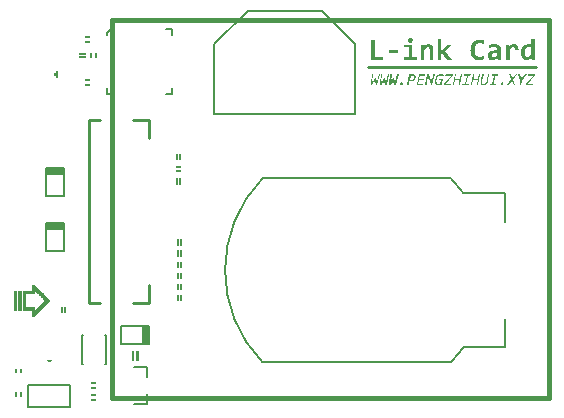
<source format=gto>
G04*
G04 #@! TF.GenerationSoftware,Altium Limited,Altium Designer,18.1.7 (191)*
G04*
G04 Layer_Color=65535*
%FSLAX25Y25*%
%MOIN*%
G70*
G01*
G75*
%ADD10C,0.00800*%
%ADD11C,0.00600*%
%ADD12C,0.00700*%
%ADD13C,0.00060*%
%ADD14C,0.00100*%
%ADD15C,0.01000*%
%ADD16C,0.01500*%
%ADD17C,0.00787*%
%ADD18C,0.00500*%
G36*
X-9350Y26650D02*
Y27950D01*
X-9000D01*
Y26650D01*
X-9350D01*
D02*
G37*
G36*
X-7450Y27950D02*
Y26650D01*
X-7800Y26650D01*
Y27950D01*
X-7450Y27950D01*
D02*
G37*
G36*
X17450Y25250D02*
X16150D01*
X16150Y25600D01*
X17450D01*
X17450Y25250D01*
D02*
G37*
G36*
X16150Y27150D02*
X17450D01*
Y26800D01*
X16150D01*
Y27150D01*
D02*
G37*
G36*
X17450Y29250D02*
X16150D01*
X16150Y29600D01*
X17450D01*
X17450Y29250D01*
D02*
G37*
G36*
X-9250Y34450D02*
Y35750D01*
X-8900D01*
Y34450D01*
X-9250D01*
D02*
G37*
G36*
X-7350Y35750D02*
Y34450D01*
X-7700Y34450D01*
Y35750D01*
X-7350Y35750D01*
D02*
G37*
G36*
X6050Y56300D02*
X6400D01*
Y54500D01*
X6050D01*
Y56300D01*
D02*
G37*
G36*
X16150Y31150D02*
X17450D01*
Y30800D01*
X16150D01*
Y31150D01*
D02*
G37*
G36*
X7350Y54500D02*
X7000D01*
Y56300D01*
X7350D01*
Y54500D01*
D02*
G37*
G36*
X45900Y69640D02*
X45550D01*
Y71440D01*
X45900D01*
Y69640D01*
D02*
G37*
G36*
X44950D02*
X44600D01*
Y71440D01*
X44950D01*
Y69640D01*
D02*
G37*
G36*
X45900Y65960D02*
X45550D01*
Y67760D01*
X45900D01*
Y65960D01*
D02*
G37*
G36*
X44950D02*
X44600D01*
Y67760D01*
X44950D01*
Y65960D01*
D02*
G37*
G36*
X45900Y62280D02*
X45550D01*
Y64080D01*
X45900D01*
Y62280D01*
D02*
G37*
G36*
X44950D02*
X44600D01*
Y64080D01*
X44950D01*
Y62280D01*
D02*
G37*
G36*
X45900Y58600D02*
X45550D01*
Y60400D01*
X45900D01*
Y58600D01*
D02*
G37*
G36*
X44950D02*
X44600D01*
Y60400D01*
X44950D01*
Y58600D01*
D02*
G37*
G36*
X35500Y43800D02*
X33500D01*
Y50000D01*
X35500D01*
Y43800D01*
D02*
G37*
G36*
X31550Y38600D02*
X31050D01*
Y41600D01*
X31550D01*
Y38600D01*
D02*
G37*
G36*
X30150D02*
X29650D01*
X29650Y41600D01*
X30150D01*
Y38600D01*
D02*
G37*
G36*
X15450Y146300D02*
X14150D01*
X14150Y146650D01*
X15450D01*
X15450Y146300D01*
D02*
G37*
G36*
X15450Y144750D02*
X14150D01*
Y145100D01*
X15450D01*
Y144750D01*
D02*
G37*
G36*
X13900Y140600D02*
X12100D01*
Y140950D01*
X13900D01*
Y140600D01*
D02*
G37*
G36*
X17550Y139650D02*
X17200Y139650D01*
Y140950D01*
X17550Y140950D01*
Y139650D01*
D02*
G37*
G36*
X16000D02*
X15650D01*
Y140950D01*
X16000D01*
Y139650D01*
D02*
G37*
G36*
X13900D02*
X12100D01*
Y140000D01*
X13900D01*
Y139650D01*
D02*
G37*
G36*
X4750Y132850D02*
X4350D01*
Y133650D01*
X3650D01*
Y134150D01*
X4350D01*
Y134950D01*
X4750D01*
Y132850D01*
D02*
G37*
G36*
X15450Y131900D02*
X14150D01*
X14150Y132250D01*
X15450D01*
X15450Y131900D01*
D02*
G37*
G36*
X15450Y130350D02*
X14150D01*
Y130700D01*
X15450D01*
Y130350D01*
D02*
G37*
G36*
X45650Y105600D02*
X45300D01*
Y107400D01*
X45650D01*
Y105600D01*
D02*
G37*
G36*
X44700D02*
X44350D01*
Y107400D01*
X44700D01*
Y105600D01*
D02*
G37*
G36*
X45650Y103000D02*
X44350D01*
Y103350D01*
X45650D01*
Y103000D01*
D02*
G37*
G36*
Y101450D02*
X44350D01*
X44350Y101800D01*
X45650D01*
X45650Y101450D01*
D02*
G37*
G36*
X7100Y100700D02*
X900D01*
Y102700D01*
X7100D01*
Y100700D01*
D02*
G37*
G36*
X45650Y97400D02*
X45300D01*
Y99200D01*
X45650D01*
Y97400D01*
D02*
G37*
G36*
X44700D02*
X44350D01*
Y99200D01*
X44700D01*
Y97400D01*
D02*
G37*
G36*
X7100Y82200D02*
X900D01*
Y84200D01*
X7100D01*
Y82200D01*
D02*
G37*
G36*
X45900Y77000D02*
X45550D01*
Y78800D01*
X45900D01*
Y77000D01*
D02*
G37*
G36*
X44950D02*
X44600D01*
Y78800D01*
X44950D01*
Y77000D01*
D02*
G37*
G36*
X45900Y73320D02*
X45550D01*
Y75120D01*
X45900D01*
Y73320D01*
D02*
G37*
G36*
X44950D02*
X44600D01*
Y75120D01*
X44950D01*
Y73320D01*
D02*
G37*
G36*
X132849Y133882D02*
X132922Y133876D01*
X133000Y133870D01*
X133162Y133846D01*
X133174D01*
X133198Y133840D01*
X133240Y133828D01*
X133294Y133816D01*
X133360Y133798D01*
X133426Y133774D01*
X133564Y133714D01*
X133468Y133233D01*
X133462D01*
X133450Y133239D01*
X133432Y133251D01*
X133414Y133263D01*
X133354Y133293D01*
X133288Y133323D01*
X133282D01*
X133276Y133329D01*
X133258Y133341D01*
X133234Y133347D01*
X133174Y133371D01*
X133108Y133395D01*
X133102D01*
X133090Y133401D01*
X133072Y133407D01*
X133048Y133413D01*
X132982Y133425D01*
X132903Y133437D01*
X132897D01*
X132885Y133443D01*
X132867D01*
X132837Y133449D01*
X132765Y133455D01*
X132633D01*
X132585Y133449D01*
X132513Y133443D01*
X132441Y133431D01*
X132357Y133419D01*
X132266Y133395D01*
X132182Y133365D01*
X132170Y133359D01*
X132146Y133347D01*
X132104Y133329D01*
X132050Y133305D01*
X131990Y133275D01*
X131924Y133233D01*
X131858Y133191D01*
X131792Y133137D01*
X131786Y133131D01*
X131762Y133113D01*
X131731Y133083D01*
X131689Y133041D01*
X131647Y132992D01*
X131599Y132932D01*
X131545Y132872D01*
X131497Y132800D01*
X131491Y132794D01*
X131479Y132764D01*
X131455Y132728D01*
X131425Y132680D01*
X131389Y132620D01*
X131353Y132548D01*
X131287Y132397D01*
X131281Y132386D01*
X131275Y132361D01*
X131263Y132319D01*
X131245Y132265D01*
X131227Y132199D01*
X131209Y132127D01*
X131173Y131965D01*
Y131953D01*
X131167Y131929D01*
X131160Y131887D01*
X131155Y131833D01*
X131149Y131766D01*
X131142Y131700D01*
X131137Y131550D01*
Y131538D01*
Y131514D01*
Y131478D01*
X131142Y131424D01*
X131149Y131370D01*
X131155Y131304D01*
X131185Y131177D01*
Y131172D01*
X131197Y131153D01*
X131209Y131117D01*
X131227Y131081D01*
X131275Y130991D01*
X131347Y130901D01*
X131353Y130895D01*
X131365Y130883D01*
X131389Y130865D01*
X131425Y130841D01*
X131461Y130811D01*
X131509Y130787D01*
X131563Y130757D01*
X131623Y130733D01*
X131629D01*
X131653Y130727D01*
X131689Y130715D01*
X131737Y130709D01*
X131798Y130697D01*
X131864Y130685D01*
X131942Y130679D01*
X132152D01*
X132182Y130685D01*
X132224D01*
X132272Y130691D01*
X132284D01*
X132315Y130697D01*
X132357Y130709D01*
X132399Y130715D01*
X132405D01*
X132411Y130721D01*
X132435Y130727D01*
X132471Y130739D01*
X132507Y130751D01*
X132735Y131881D01*
X132020D01*
X132092Y132277D01*
X133294D01*
X132933Y130462D01*
X132922Y130456D01*
X132891Y130444D01*
X132843Y130426D01*
X132777Y130402D01*
X132699Y130378D01*
X132615Y130354D01*
X132519Y130330D01*
X132423Y130306D01*
X132411D01*
X132381Y130300D01*
X132326Y130288D01*
X132266Y130282D01*
X132188Y130270D01*
X132104Y130258D01*
X131924Y130252D01*
X131876D01*
X131816Y130258D01*
X131744Y130264D01*
X131659Y130270D01*
X131569Y130288D01*
X131473Y130306D01*
X131383Y130330D01*
X131371Y130336D01*
X131341Y130342D01*
X131299Y130366D01*
X131245Y130390D01*
X131179Y130420D01*
X131106Y130462D01*
X131040Y130510D01*
X130974Y130564D01*
X130968Y130570D01*
X130944Y130595D01*
X130914Y130624D01*
X130878Y130673D01*
X130836Y130733D01*
X130794Y130799D01*
X130752Y130877D01*
X130716Y130961D01*
X130710Y130973D01*
X130704Y131003D01*
X130692Y131051D01*
X130674Y131123D01*
X130656Y131202D01*
X130644Y131298D01*
X130638Y131406D01*
X130632Y131520D01*
Y131526D01*
Y131532D01*
Y131568D01*
X130638Y131622D01*
Y131700D01*
X130644Y131784D01*
X130656Y131881D01*
X130668Y131983D01*
X130686Y132091D01*
Y132097D01*
Y132103D01*
X130698Y132139D01*
X130710Y132193D01*
X130728Y132265D01*
X130758Y132349D01*
X130782Y132446D01*
X130860Y132638D01*
Y132644D01*
X130866Y132650D01*
X130884Y132686D01*
X130908Y132734D01*
X130944Y132800D01*
X130986Y132872D01*
X131034Y132956D01*
X131094Y133047D01*
X131155Y133131D01*
X131160Y133143D01*
X131185Y133167D01*
X131221Y133215D01*
X131269Y133269D01*
X131329Y133329D01*
X131401Y133395D01*
X131473Y133461D01*
X131557Y133527D01*
X131569Y133533D01*
X131599Y133557D01*
X131647Y133588D01*
X131707Y133624D01*
X131786Y133666D01*
X131876Y133708D01*
X131972Y133756D01*
X132074Y133792D01*
X132080D01*
X132086Y133798D01*
X132104Y133804D01*
X132122Y133810D01*
X132182Y133822D01*
X132260Y133840D01*
X132357Y133858D01*
X132465Y133876D01*
X132579Y133882D01*
X132705Y133888D01*
X132789D01*
X132849Y133882D01*
D02*
G37*
G36*
X156709Y132109D02*
X157514Y130300D01*
X156925D01*
X156330Y131658D01*
X155207Y130300D01*
X154587D01*
X156126Y132133D01*
X155393Y133834D01*
X155940D01*
X156499Y132572D01*
X157562Y133834D01*
X158139D01*
X156709Y132109D01*
D02*
G37*
G36*
X145098Y130300D02*
X144617D01*
X144941Y131923D01*
X143457D01*
X143132Y130300D01*
X142652D01*
X143361Y133834D01*
X143842D01*
X143541Y132337D01*
X145026D01*
X145326Y133834D01*
X145807D01*
X145098Y130300D01*
D02*
G37*
G36*
X139004D02*
X138523D01*
X138847Y131923D01*
X137363Y131923D01*
X137038Y130300D01*
X136557D01*
X137267Y133834D01*
X137748D01*
X137447Y132337D01*
X138932Y132337D01*
X139232Y133834D01*
X139713D01*
X139004Y130300D01*
D02*
G37*
G36*
X159606Y131562D02*
X159353Y130300D01*
X158867D01*
X159119Y131568D01*
X158296Y133834D01*
X158855D01*
X159293Y132536D01*
X159450Y132019D01*
X159780Y132488D01*
X160766Y133834D01*
X161343D01*
X159606Y131562D01*
D02*
G37*
G36*
X129826Y130300D02*
X129225D01*
X128636Y132500D01*
X128474Y133209D01*
X128120Y131430D01*
X127891Y130300D01*
X127446D01*
X128156Y133834D01*
X128751D01*
X129309Y131742D01*
X129508Y130937D01*
X129886Y132830D01*
X130091Y133834D01*
X130535D01*
X129826Y130300D01*
D02*
G37*
G36*
X117614D02*
X116995D01*
X116809Y131556D01*
X116773Y131965D01*
X116556Y131526D01*
X115907Y130300D01*
X115294D01*
X115757Y133834D01*
X116202D01*
X115859Y131436D01*
X115769Y130769D01*
X116051Y131328D01*
X116743Y132644D01*
X117073D01*
X117283Y131231D01*
X117356Y130769D01*
X117470Y131256D01*
X118125Y133834D01*
X118564D01*
X117614Y130300D01*
D02*
G37*
G36*
X114567D02*
X113948D01*
X113762Y131556D01*
X113725Y131965D01*
X113509Y131526D01*
X112860Y130300D01*
X112247D01*
X112710Y133834D01*
X113155D01*
X112812Y131436D01*
X112722Y130769D01*
X113004Y131328D01*
X113696Y132644D01*
X114026D01*
X114236Y131231D01*
X114309Y130769D01*
X114423Y131256D01*
X115078Y133834D01*
X115516D01*
X114567Y130300D01*
D02*
G37*
G36*
X111520D02*
X110901D01*
X110714Y131556D01*
X110679Y131965D01*
X110462Y131526D01*
X109813Y130300D01*
X109200D01*
X109663Y133834D01*
X110108D01*
X109765Y131436D01*
X109675Y130769D01*
X109957Y131328D01*
X110648Y132644D01*
X110979D01*
X111189Y131231D01*
X111261Y130769D01*
X111376Y131256D01*
X112031Y133834D01*
X112469D01*
X111520Y130300D01*
D02*
G37*
G36*
X148391Y131526D02*
Y131520D01*
Y131514D01*
X148379Y131478D01*
X148367Y131424D01*
X148343Y131352D01*
X148319Y131268D01*
X148289Y131184D01*
X148247Y131087D01*
X148205Y130997D01*
X148199Y130985D01*
X148181Y130961D01*
X148157Y130913D01*
X148121Y130859D01*
X148079Y130799D01*
X148025Y130727D01*
X147965Y130661D01*
X147898Y130595D01*
X147892Y130588D01*
X147868Y130570D01*
X147826Y130540D01*
X147772Y130504D01*
X147712Y130462D01*
X147640Y130420D01*
X147556Y130378D01*
X147466Y130342D01*
X147454Y130336D01*
X147424Y130330D01*
X147376Y130312D01*
X147309Y130300D01*
X147225Y130282D01*
X147135Y130264D01*
X147033Y130258D01*
X146925Y130252D01*
X146871D01*
X146811Y130258D01*
X146732Y130264D01*
X146648Y130270D01*
X146558Y130288D01*
X146468Y130306D01*
X146378Y130336D01*
X146366Y130342D01*
X146342Y130354D01*
X146306Y130372D01*
X146258Y130396D01*
X146204Y130432D01*
X146143Y130474D01*
X146089Y130522D01*
X146041Y130577D01*
X146035Y130582D01*
X146023Y130606D01*
X145999Y130643D01*
X145975Y130685D01*
X145951Y130745D01*
X145927Y130805D01*
X145909Y130883D01*
X145891Y130961D01*
Y130973D01*
Y131003D01*
X145885Y131045D01*
Y131105D01*
Y131177D01*
X145891Y131262D01*
X145903Y131358D01*
X145915Y131454D01*
X146396Y133834D01*
X146877D01*
X146408Y131490D01*
Y131484D01*
X146402Y131454D01*
X146396Y131418D01*
X146390Y131370D01*
X146378Y131310D01*
Y131250D01*
X146372Y131129D01*
Y131123D01*
Y131105D01*
X146378Y131075D01*
X146384Y131039D01*
X146402Y130955D01*
X146438Y130865D01*
X146444Y130859D01*
X146450Y130847D01*
X146468Y130829D01*
X146486Y130805D01*
X146546Y130757D01*
X146630Y130709D01*
X146636D01*
X146654Y130703D01*
X146684Y130691D01*
X146720Y130685D01*
X146774Y130673D01*
X146829Y130661D01*
X146901Y130655D01*
X147009D01*
X147039Y130661D01*
X147105Y130667D01*
X147195Y130685D01*
X147291Y130709D01*
X147394Y130745D01*
X147496Y130799D01*
X147592Y130871D01*
X147604Y130883D01*
X147628Y130913D01*
X147670Y130961D01*
X147718Y131033D01*
X147772Y131123D01*
X147820Y131232D01*
X147868Y131352D01*
X147904Y131496D01*
X148373Y133834D01*
X148854D01*
X148391Y131526D01*
D02*
G37*
G36*
X163975Y133455D02*
X161637Y130751D01*
X163464D01*
X163374Y130300D01*
X160934D01*
X161006Y130655D01*
X163350Y133395D01*
X161607D01*
X161691Y133834D01*
X164053D01*
X163975Y133455D01*
D02*
G37*
G36*
X151649Y133425D02*
X150837D01*
X150296Y130709D01*
X151108D01*
X151024Y130300D01*
X148914D01*
X148992Y130709D01*
X149810D01*
X150350Y133425D01*
X149539D01*
X149617Y133834D01*
X151733D01*
X151649Y133425D01*
D02*
G37*
G36*
X142507D02*
X141696D01*
X141155Y130709D01*
X141966D01*
X141882Y130300D01*
X139773D01*
X139851Y130709D01*
X140668D01*
X141209Y133425D01*
X140398D01*
X140476Y133834D01*
X142592D01*
X142507Y133425D01*
D02*
G37*
G36*
X136551Y133455D02*
X134214Y130751D01*
X136041D01*
X135951Y130300D01*
X133510D01*
X133583Y130655D01*
X135926Y133395D01*
X134184D01*
X134268Y133834D01*
X136630D01*
X136551Y133455D01*
D02*
G37*
G36*
X127248Y133425D02*
X125715D01*
X125499Y132337D01*
X126966D01*
X126881Y131929D01*
X125415D01*
X125175Y130709D01*
X126707D01*
X126623Y130300D01*
X124610D01*
X125319Y133834D01*
X127332D01*
X127248Y133425D01*
D02*
G37*
G36*
X123269Y133828D02*
X123342Y133822D01*
X123420Y133810D01*
X123576Y133780D01*
X123588D01*
X123612Y133774D01*
X123648Y133762D01*
X123702Y133744D01*
X123756Y133720D01*
X123822Y133696D01*
X123942Y133624D01*
X123949Y133617D01*
X123967Y133606D01*
X123997Y133581D01*
X124033Y133551D01*
X124069Y133515D01*
X124111Y133467D01*
X124153Y133413D01*
X124189Y133353D01*
X124195Y133347D01*
X124201Y133323D01*
X124219Y133287D01*
X124237Y133245D01*
X124249Y133185D01*
X124267Y133119D01*
X124273Y133047D01*
X124279Y132962D01*
Y132956D01*
Y132932D01*
Y132902D01*
X124273Y132860D01*
X124267Y132806D01*
X124261Y132752D01*
X124231Y132626D01*
Y132620D01*
X124225Y132596D01*
X124213Y132566D01*
X124195Y132524D01*
X124177Y132476D01*
X124153Y132415D01*
X124093Y132301D01*
X124087Y132295D01*
X124075Y132277D01*
X124057Y132247D01*
X124033Y132205D01*
X123997Y132163D01*
X123961Y132109D01*
X123864Y132007D01*
X123858Y132001D01*
X123840Y131983D01*
X123810Y131959D01*
X123774Y131929D01*
X123726Y131893D01*
X123672Y131851D01*
X123612Y131815D01*
X123546Y131772D01*
X123540Y131766D01*
X123516Y131754D01*
X123480Y131736D01*
X123426Y131718D01*
X123366Y131694D01*
X123300Y131670D01*
X123221Y131646D01*
X123137Y131622D01*
X123125D01*
X123101Y131616D01*
X123053Y131604D01*
X122993Y131598D01*
X122921Y131586D01*
X122837Y131574D01*
X122740Y131568D01*
X122182D01*
X121929Y130300D01*
X121448D01*
X122158Y133834D01*
X123215D01*
X123269Y133828D01*
D02*
G37*
G36*
X153145Y131147D02*
X153199Y131141D01*
X153259Y131117D01*
X153265D01*
X153271Y131111D01*
X153307Y131093D01*
X153349Y131063D01*
X153392Y131021D01*
X153403Y131009D01*
X153428Y130979D01*
X153458Y130937D01*
X153482Y130877D01*
Y130871D01*
X153488Y130865D01*
X153500Y130829D01*
X153512Y130775D01*
X153518Y130715D01*
Y130709D01*
Y130697D01*
Y130679D01*
X153512Y130655D01*
X153500Y130595D01*
X153476Y130528D01*
Y130522D01*
X153470Y130516D01*
X153452Y130480D01*
X153416Y130432D01*
X153374Y130378D01*
X153361Y130366D01*
X153331Y130342D01*
X153289Y130312D01*
X153229Y130288D01*
X153223D01*
X153217Y130282D01*
X153199Y130276D01*
X153175Y130270D01*
X153115Y130258D01*
X153049Y130252D01*
X153019D01*
X152995Y130258D01*
X152941Y130270D01*
X152881Y130288D01*
X152875D01*
X152869Y130294D01*
X152833Y130312D01*
X152790Y130336D01*
X152743Y130378D01*
X152730Y130390D01*
X152706Y130420D01*
X152676Y130462D01*
X152652Y130516D01*
Y130522D01*
X152646Y130528D01*
X152640Y130564D01*
X152628Y130619D01*
X152622Y130679D01*
Y130685D01*
Y130697D01*
Y130715D01*
X152628Y130739D01*
X152640Y130799D01*
X152658Y130865D01*
Y130871D01*
X152664Y130883D01*
X152682Y130919D01*
X152718Y130967D01*
X152761Y131015D01*
X152767D01*
X152772Y131027D01*
X152803Y131051D01*
X152851Y131081D01*
X152905Y131111D01*
X152911D01*
X152917Y131117D01*
X152935Y131123D01*
X152959Y131135D01*
X153019Y131147D01*
X153085Y131153D01*
X153121D01*
X153145Y131147D01*
D02*
G37*
G36*
X119627Y131147D02*
X119681Y131141D01*
X119741Y131117D01*
X119748D01*
X119754Y131111D01*
X119790Y131093D01*
X119832Y131063D01*
X119874Y131021D01*
X119886Y131009D01*
X119910Y130979D01*
X119940Y130937D01*
X119964Y130877D01*
Y130871D01*
X119970Y130865D01*
X119982Y130829D01*
X119994Y130775D01*
X120000Y130715D01*
Y130709D01*
Y130697D01*
Y130679D01*
X119994Y130655D01*
X119982Y130595D01*
X119958Y130528D01*
Y130522D01*
X119952Y130516D01*
X119934Y130480D01*
X119898Y130432D01*
X119856Y130378D01*
X119844Y130366D01*
X119814Y130342D01*
X119772Y130312D01*
X119711Y130288D01*
X119705D01*
X119700Y130282D01*
X119681Y130276D01*
X119657Y130270D01*
X119597Y130258D01*
X119531Y130252D01*
X119501D01*
X119477Y130258D01*
X119423Y130270D01*
X119363Y130288D01*
X119357D01*
X119351Y130294D01*
X119315Y130312D01*
X119273Y130336D01*
X119225Y130378D01*
X119213Y130390D01*
X119189Y130420D01*
X119159Y130462D01*
X119134Y130516D01*
Y130522D01*
X119129Y130528D01*
X119123Y130564D01*
X119111Y130619D01*
X119105Y130679D01*
Y130685D01*
Y130697D01*
Y130715D01*
X119111Y130739D01*
X119123Y130799D01*
X119141Y130865D01*
Y130871D01*
X119147Y130883D01*
X119165Y130919D01*
X119201Y130967D01*
X119243Y131015D01*
X119249D01*
X119255Y131027D01*
X119285Y131051D01*
X119333Y131081D01*
X119387Y131111D01*
X119393D01*
X119399Y131117D01*
X119417Y131123D01*
X119441Y131135D01*
X119501Y131147D01*
X119567Y131153D01*
X119603D01*
X119627Y131147D01*
D02*
G37*
G36*
X122565Y145966D02*
X122665Y145955D01*
X122776Y145910D01*
X122787D01*
X122799Y145899D01*
X122865Y145866D01*
X122943Y145810D01*
X123032Y145733D01*
X123054Y145710D01*
X123099Y145655D01*
X123154Y145577D01*
X123199Y145477D01*
Y145466D01*
X123210Y145455D01*
X123232Y145388D01*
X123254Y145288D01*
X123265Y145166D01*
Y145155D01*
Y145133D01*
Y145110D01*
X123254Y145066D01*
X123243Y144966D01*
X123199Y144855D01*
Y144844D01*
X123187Y144833D01*
X123154Y144766D01*
X123110Y144688D01*
X123032Y144599D01*
X123010Y144588D01*
X122954Y144544D01*
X122876Y144488D01*
X122776Y144433D01*
X122765D01*
X122754Y144422D01*
X122688Y144411D01*
X122588Y144388D01*
X122465Y144377D01*
X122399D01*
X122354Y144388D01*
X122254Y144399D01*
X122143Y144433D01*
X122132D01*
X122121Y144444D01*
X122054Y144477D01*
X121976Y144533D01*
X121888Y144599D01*
X121865Y144622D01*
X121821Y144677D01*
X121765Y144755D01*
X121721Y144855D01*
Y144866D01*
X121710Y144877D01*
X121699Y144944D01*
X121677Y145044D01*
X121665Y145166D01*
Y145177D01*
Y145199D01*
Y145222D01*
X121677Y145266D01*
X121688Y145366D01*
X121721Y145477D01*
Y145488D01*
X121732Y145499D01*
X121765Y145566D01*
X121810Y145644D01*
X121888Y145733D01*
X121910Y145755D01*
X121965Y145799D01*
X122043Y145855D01*
X122143Y145910D01*
X122154D01*
X122165Y145922D01*
X122243Y145944D01*
X122343Y145966D01*
X122465Y145977D01*
X122521D01*
X122565Y145966D01*
D02*
G37*
G36*
X145941Y145322D02*
X146019D01*
X146063Y145310D01*
X146185Y145299D01*
X146330Y145277D01*
X146363D01*
X146396Y145266D01*
X146452D01*
X146574Y145244D01*
X146719Y145211D01*
X146730D01*
X146752Y145199D01*
X146796Y145188D01*
X146841Y145177D01*
X146974Y145144D01*
X147129Y145099D01*
Y143877D01*
X147107Y143888D01*
X147052Y143911D01*
X146974Y143944D01*
X146863Y143988D01*
X146741Y144033D01*
X146596Y144077D01*
X146307Y144155D01*
X146296D01*
X146241Y144166D01*
X146174Y144188D01*
X146085Y144200D01*
X145974Y144222D01*
X145863Y144233D01*
X145619Y144244D01*
X145541D01*
X145452Y144233D01*
X145341Y144222D01*
X145219Y144200D01*
X145085Y144166D01*
X144952Y144122D01*
X144819Y144066D01*
X144808Y144055D01*
X144763Y144033D01*
X144708Y144000D01*
X144630Y143944D01*
X144541Y143877D01*
X144452Y143799D01*
X144363Y143711D01*
X144274Y143599D01*
X144263Y143588D01*
X144241Y143544D01*
X144208Y143477D01*
X144152Y143400D01*
X144108Y143288D01*
X144052Y143166D01*
X144008Y143033D01*
X143963Y142877D01*
Y142855D01*
X143952Y142811D01*
X143941Y142722D01*
X143919Y142611D01*
X143908Y142477D01*
X143885Y142322D01*
X143874Y142144D01*
Y141966D01*
Y141955D01*
Y141944D01*
Y141877D01*
X143885Y141778D01*
Y141644D01*
X143896Y141500D01*
X143919Y141344D01*
X143974Y141011D01*
Y140989D01*
X143997Y140944D01*
X144019Y140866D01*
X144052Y140767D01*
X144097Y140655D01*
X144152Y140544D01*
X144208Y140422D01*
X144285Y140311D01*
X144297Y140300D01*
X144330Y140267D01*
X144374Y140211D01*
X144441Y140144D01*
X144519Y140078D01*
X144619Y140000D01*
X144719Y139933D01*
X144841Y139867D01*
X144852Y139855D01*
X144896Y139844D01*
X144974Y139822D01*
X145063Y139800D01*
X145185Y139767D01*
X145319Y139744D01*
X145463Y139733D01*
X145630Y139722D01*
X145741D01*
X145852Y139733D01*
X145985Y139744D01*
X145996D01*
X146019Y139755D01*
X146063D01*
X146107Y139767D01*
X146230Y139800D01*
X146374Y139833D01*
X146385D01*
X146407Y139844D01*
X146452Y139855D01*
X146496Y139867D01*
X146618Y139911D01*
X146763Y139955D01*
X146774D01*
X146796Y139967D01*
X146841Y139989D01*
X146885Y140000D01*
X147007Y140055D01*
X147129Y140111D01*
Y138955D01*
X147107Y138944D01*
X147052Y138922D01*
X146963Y138900D01*
X146852Y138856D01*
X146730Y138811D01*
X146585Y138778D01*
X146274Y138700D01*
X146252D01*
X146207Y138689D01*
X146130Y138678D01*
X146019Y138656D01*
X145896Y138645D01*
X145752Y138622D01*
X145596Y138611D01*
X145308D01*
X145252Y138622D01*
X145185D01*
X145008Y138633D01*
X144819Y138656D01*
X144608Y138700D01*
X144396Y138744D01*
X144185Y138811D01*
X144174D01*
X144163Y138822D01*
X144097Y138856D01*
X143997Y138900D01*
X143863Y138967D01*
X143719Y139056D01*
X143563Y139167D01*
X143408Y139289D01*
X143263Y139433D01*
X143252Y139455D01*
X143208Y139511D01*
X143141Y139600D01*
X143052Y139711D01*
X142963Y139867D01*
X142874Y140033D01*
X142786Y140233D01*
X142708Y140444D01*
Y140455D01*
X142697Y140478D01*
X142685Y140511D01*
X142674Y140555D01*
X142663Y140611D01*
X142652Y140678D01*
X142619Y140855D01*
X142575Y141055D01*
X142552Y141300D01*
X142530Y141577D01*
X142519Y141866D01*
Y141877D01*
Y141900D01*
Y141944D01*
Y142011D01*
X142530Y142077D01*
Y142166D01*
X142541Y142355D01*
X142563Y142588D01*
X142608Y142833D01*
X142652Y143088D01*
X142719Y143333D01*
Y143344D01*
X142730Y143366D01*
X142741Y143400D01*
X142763Y143444D01*
X142808Y143555D01*
X142874Y143711D01*
X142963Y143877D01*
X143063Y144066D01*
X143185Y144244D01*
X143319Y144422D01*
X143341Y144444D01*
X143386Y144499D01*
X143474Y144577D01*
X143586Y144677D01*
X143730Y144788D01*
X143896Y144899D01*
X144074Y144999D01*
X144274Y145099D01*
X144285D01*
X144297Y145110D01*
X144330Y145122D01*
X144374Y145133D01*
X144485Y145177D01*
X144641Y145222D01*
X144819Y145255D01*
X145030Y145299D01*
X145263Y145322D01*
X145519Y145333D01*
X145796D01*
X145941Y145322D01*
D02*
G37*
G36*
X163950Y138700D02*
X162883D01*
X162861Y139444D01*
X162850Y139433D01*
X162828Y139411D01*
X162795Y139378D01*
X162761Y139333D01*
X162650Y139211D01*
X162528Y139089D01*
X162517Y139078D01*
X162495Y139067D01*
X162461Y139033D01*
X162417Y139000D01*
X162306Y138911D01*
X162161Y138822D01*
X162150D01*
X162128Y138800D01*
X162095Y138789D01*
X162039Y138756D01*
X161906Y138700D01*
X161750Y138656D01*
X161739D01*
X161717Y138645D01*
X161661Y138633D01*
X161606Y138622D01*
X161528Y138611D01*
X161450Y138600D01*
X161250Y138589D01*
X161173D01*
X161095Y138600D01*
X160984Y138611D01*
X160862Y138633D01*
X160728Y138667D01*
X160584Y138711D01*
X160450Y138767D01*
X160439Y138778D01*
X160395Y138800D01*
X160328Y138844D01*
X160250Y138900D01*
X160151Y138967D01*
X160062Y139056D01*
X159962Y139155D01*
X159862Y139278D01*
X159851Y139289D01*
X159828Y139333D01*
X159784Y139411D01*
X159728Y139500D01*
X159673Y139622D01*
X159617Y139755D01*
X159562Y139911D01*
X159506Y140078D01*
Y140089D01*
Y140100D01*
X159484Y140166D01*
X159473Y140255D01*
X159450Y140389D01*
X159428Y140544D01*
X159406Y140733D01*
X159395Y140933D01*
X159384Y141144D01*
Y141155D01*
Y141177D01*
Y141211D01*
Y141266D01*
X159395Y141322D01*
Y141389D01*
X159406Y141555D01*
X159428Y141744D01*
X159462Y141955D01*
X159506Y142155D01*
X159573Y142355D01*
Y142366D01*
X159584Y142377D01*
X159606Y142444D01*
X159651Y142533D01*
X159717Y142655D01*
X159795Y142789D01*
X159884Y142933D01*
X159995Y143066D01*
X160117Y143200D01*
X160128Y143211D01*
X160184Y143255D01*
X160250Y143322D01*
X160351Y143388D01*
X160473Y143477D01*
X160617Y143566D01*
X160773Y143644D01*
X160950Y143711D01*
X160961D01*
X160973Y143722D01*
X161039Y143733D01*
X161128Y143766D01*
X161261Y143799D01*
X161417Y143822D01*
X161595Y143855D01*
X161784Y143866D01*
X161995Y143877D01*
X162117D01*
X162239Y143866D01*
X162373Y143844D01*
X162406D01*
X162439Y143833D01*
X162495D01*
X162606Y143811D01*
X162728Y143777D01*
Y145766D01*
X163950D01*
Y138700D01*
D02*
G37*
G36*
X157129Y143877D02*
X157229D01*
X157328Y143855D01*
X157451Y143833D01*
X157562Y143799D01*
X157673Y143755D01*
X157684Y143744D01*
X157729Y143733D01*
X157784Y143700D01*
X157851Y143655D01*
X157929Y143599D01*
X158006Y143533D01*
X158095Y143444D01*
X158173Y143355D01*
X158184Y143344D01*
X158206Y143311D01*
X158240Y143255D01*
X158284Y143177D01*
X158340Y143088D01*
X158384Y142966D01*
X158428Y142844D01*
X158473Y142700D01*
Y142677D01*
X158484Y142633D01*
X158506Y142555D01*
X158517Y142444D01*
X158539Y142311D01*
X158551Y142155D01*
X158562Y141989D01*
Y141800D01*
X157340D01*
Y141811D01*
Y141844D01*
Y141900D01*
Y141966D01*
X157328Y142122D01*
X157306Y142277D01*
Y142288D01*
X157295Y142311D01*
Y142344D01*
X157284Y142400D01*
X157240Y142500D01*
X157184Y142611D01*
Y142622D01*
X157173Y142633D01*
X157129Y142689D01*
X157062Y142744D01*
X156984Y142800D01*
X156962Y142811D01*
X156906Y142833D01*
X156817Y142855D01*
X156706Y142866D01*
X156662D01*
X156606Y142855D01*
X156540Y142833D01*
X156451Y142811D01*
X156362Y142766D01*
X156262Y142711D01*
X156151Y142633D01*
X156140Y142622D01*
X156106Y142588D01*
X156040Y142533D01*
X155962Y142455D01*
X155873Y142355D01*
X155762Y142233D01*
X155651Y142089D01*
X155529Y141911D01*
Y138700D01*
X154273D01*
Y143777D01*
X155373D01*
X155429Y143033D01*
X155440Y143044D01*
X155451Y143066D01*
X155473Y143100D01*
X155507Y143144D01*
X155595Y143255D01*
X155707Y143377D01*
X155718Y143388D01*
X155729Y143400D01*
X155762Y143433D01*
X155807Y143466D01*
X155918Y143555D01*
X156051Y143644D01*
X156062Y143655D01*
X156084Y143666D01*
X156129Y143688D01*
X156184Y143711D01*
X156317Y143766D01*
X156484Y143822D01*
X156495D01*
X156529Y143833D01*
X156573Y143844D01*
X156640Y143855D01*
X156706Y143866D01*
X156795Y143877D01*
X156995Y143888D01*
X157062D01*
X157129Y143877D01*
D02*
G37*
G36*
X128743Y143877D02*
X128831D01*
X128943Y143855D01*
X129054Y143833D01*
X129176Y143799D01*
X129287Y143755D01*
X129298D01*
X129331Y143733D01*
X129387Y143700D01*
X129454Y143666D01*
X129609Y143555D01*
X129765Y143400D01*
X129776Y143388D01*
X129798Y143355D01*
X129831Y143311D01*
X129876Y143244D01*
X129931Y143155D01*
X129976Y143066D01*
X130020Y142955D01*
X130065Y142833D01*
Y142822D01*
X130076Y142777D01*
X130098Y142711D01*
X130120Y142622D01*
X130131Y142511D01*
X130154Y142388D01*
X130165Y142244D01*
Y142100D01*
Y138700D01*
X128943D01*
Y142000D01*
Y142011D01*
Y142033D01*
Y142077D01*
X128931Y142133D01*
X128909Y142266D01*
X128865Y142422D01*
X128787Y142577D01*
X128676Y142711D01*
X128609Y142766D01*
X128531Y142811D01*
X128431Y142833D01*
X128320Y142844D01*
X128265D01*
X128209Y142833D01*
X128131Y142811D01*
X128043Y142777D01*
X127931Y142733D01*
X127831Y142677D01*
X127720Y142588D01*
X127709Y142577D01*
X127676Y142544D01*
X127620Y142489D01*
X127543Y142411D01*
X127454Y142311D01*
X127354Y142200D01*
X127243Y142066D01*
X127131Y141911D01*
Y138700D01*
X125909D01*
Y143777D01*
X126965D01*
X126987Y143022D01*
X126998Y143033D01*
X127009Y143055D01*
X127043Y143088D01*
X127087Y143144D01*
X127187Y143255D01*
X127309Y143377D01*
X127320Y143388D01*
X127343Y143400D01*
X127376Y143433D01*
X127420Y143466D01*
X127532Y143555D01*
X127676Y143644D01*
X127687Y143655D01*
X127709Y143666D01*
X127754Y143688D01*
X127809Y143711D01*
X127943Y143766D01*
X128098Y143822D01*
X128109D01*
X128143Y143833D01*
X128187Y143844D01*
X128243Y143855D01*
X128320Y143866D01*
X128398Y143877D01*
X128598Y143888D01*
X128665D01*
X128743Y143877D01*
D02*
G37*
G36*
X118310Y140878D02*
X115199D01*
Y141966D01*
X118310D01*
Y140878D01*
D02*
G37*
G36*
X150851Y143877D02*
X151007Y143866D01*
X151163Y143844D01*
X151329Y143811D01*
X151485Y143777D01*
X151507D01*
X151551Y143755D01*
X151629Y143733D01*
X151718Y143700D01*
X151829Y143644D01*
X151940Y143588D01*
X152051Y143522D01*
X152151Y143444D01*
X152162Y143433D01*
X152196Y143411D01*
X152240Y143355D01*
X152296Y143299D01*
X152362Y143222D01*
X152429Y143133D01*
X152485Y143022D01*
X152540Y142911D01*
X152551Y142900D01*
X152562Y142855D01*
X152585Y142789D01*
X152607Y142700D01*
X152629Y142588D01*
X152651Y142466D01*
X152673Y142322D01*
Y142166D01*
Y138700D01*
X151618D01*
X151596Y139356D01*
X151585Y139344D01*
X151562Y139322D01*
X151529Y139300D01*
X151496Y139255D01*
X151385Y139155D01*
X151251Y139044D01*
X151240Y139033D01*
X151218Y139022D01*
X151185Y139000D01*
X151140Y138967D01*
X151018Y138889D01*
X150874Y138800D01*
X150863D01*
X150840Y138789D01*
X150796Y138767D01*
X150740Y138744D01*
X150663Y138722D01*
X150585Y138689D01*
X150407Y138645D01*
X150396D01*
X150363Y138633D01*
X150318Y138622D01*
X150251D01*
X150163Y138611D01*
X150074Y138600D01*
X149863Y138589D01*
X149796D01*
X149729Y138600D01*
X149629D01*
X149529Y138611D01*
X149407Y138633D01*
X149174Y138700D01*
X149163D01*
X149129Y138722D01*
X149074Y138744D01*
X149007Y138778D01*
X148852Y138878D01*
X148685Y139011D01*
X148674Y139022D01*
X148652Y139044D01*
X148618Y139089D01*
X148574Y139155D01*
X148529Y139222D01*
X148474Y139311D01*
X148385Y139511D01*
Y139522D01*
X148374Y139567D01*
X148352Y139622D01*
X148340Y139700D01*
X148318Y139789D01*
X148296Y139900D01*
X148285Y140144D01*
Y140166D01*
Y140211D01*
X148296Y140278D01*
X148307Y140366D01*
X148318Y140466D01*
X148352Y140578D01*
X148385Y140700D01*
X148429Y140811D01*
X148441Y140822D01*
X148463Y140866D01*
X148496Y140922D01*
X148552Y140989D01*
X148607Y141077D01*
X148696Y141166D01*
X148785Y141255D01*
X148896Y141333D01*
X148907Y141344D01*
X148952Y141366D01*
X149018Y141411D01*
X149107Y141455D01*
X149218Y141511D01*
X149352Y141577D01*
X149507Y141633D01*
X149674Y141677D01*
X149685D01*
X149696Y141689D01*
X149763Y141700D01*
X149863Y141722D01*
X149996Y141744D01*
X150152Y141766D01*
X150340Y141789D01*
X150551Y141811D01*
X151451D01*
Y142111D01*
Y142122D01*
Y142144D01*
Y142177D01*
X151440Y142233D01*
X151429Y142344D01*
X151396Y142466D01*
Y142477D01*
X151385Y142489D01*
X151351Y142555D01*
X151296Y142644D01*
X151218Y142733D01*
X151196Y142755D01*
X151129Y142800D01*
X151029Y142855D01*
X150896Y142900D01*
X150885D01*
X150863Y142911D01*
X150818Y142922D01*
X150762Y142933D01*
X150696Y142944D01*
X150607Y142955D01*
X150418Y142966D01*
X150251D01*
X150140Y142955D01*
X149996Y142944D01*
X149852Y142922D01*
X149518Y142855D01*
X149496D01*
X149440Y142833D01*
X149363Y142811D01*
X149252Y142789D01*
X149129Y142744D01*
X148985Y142700D01*
X148685Y142577D01*
Y143555D01*
X148696Y143566D01*
X148752Y143577D01*
X148818Y143599D01*
X148918Y143633D01*
X149040Y143666D01*
X149185Y143711D01*
X149340Y143755D01*
X149518Y143788D01*
X149540D01*
X149596Y143799D01*
X149696Y143822D01*
X149818Y143844D01*
X149974Y143855D01*
X150140Y143877D01*
X150329Y143888D01*
X150718D01*
X150851Y143877D01*
D02*
G37*
G36*
X132809Y141622D02*
X134586Y143777D01*
X136108D01*
X134042Y141455D01*
X136275Y138700D01*
X134686D01*
X132809Y141233D01*
Y138700D01*
X131587D01*
Y145766D01*
X132809D01*
Y141622D01*
D02*
G37*
G36*
X123165Y139655D02*
X124632D01*
Y138700D01*
X120299D01*
Y139655D01*
X121910D01*
Y142822D01*
X120477D01*
Y143777D01*
X123165D01*
Y139655D01*
D02*
G37*
G36*
X110555Y139755D02*
X113311D01*
Y138700D01*
X109300D01*
Y145233D01*
X110555D01*
Y139755D01*
D02*
G37*
%LPC*%
G36*
X123071Y133425D02*
X122554D01*
X122266Y131977D01*
X122771D01*
X122819Y131983D01*
X122879Y131989D01*
X122939Y131995D01*
X123065Y132019D01*
X123071D01*
X123095Y132025D01*
X123125Y132037D01*
X123167Y132049D01*
X123257Y132085D01*
X123354Y132133D01*
X123360Y132139D01*
X123372Y132145D01*
X123396Y132163D01*
X123426Y132187D01*
X123486Y132241D01*
X123552Y132307D01*
X123558Y132313D01*
X123564Y132325D01*
X123582Y132343D01*
X123600Y132367D01*
X123642Y132433D01*
X123684Y132506D01*
Y132512D01*
X123690Y132524D01*
X123702Y132548D01*
X123708Y132572D01*
X123732Y132638D01*
X123750Y132716D01*
Y132722D01*
X123756Y132734D01*
Y132758D01*
X123762Y132782D01*
X123768Y132848D01*
X123774Y132914D01*
Y132926D01*
Y132956D01*
X123762Y132999D01*
X123750Y133053D01*
X123732Y133113D01*
X123696Y133179D01*
X123654Y133239D01*
X123594Y133293D01*
X123588Y133299D01*
X123564Y133311D01*
X123522Y133335D01*
X123462Y133359D01*
X123390Y133383D01*
X123300Y133407D01*
X123191Y133419D01*
X123071Y133425D01*
D02*
G37*
G36*
X161939Y142922D02*
X161884D01*
X161828Y142911D01*
X161761D01*
X161584Y142866D01*
X161495Y142844D01*
X161406Y142800D01*
X161395D01*
X161373Y142777D01*
X161328Y142744D01*
X161273Y142711D01*
X161139Y142600D01*
X161006Y142455D01*
X160995Y142444D01*
X160984Y142411D01*
X160950Y142366D01*
X160917Y142300D01*
X160873Y142222D01*
X160828Y142133D01*
X160784Y142022D01*
X160750Y141911D01*
Y141900D01*
X160739Y141855D01*
X160728Y141789D01*
X160706Y141711D01*
X160695Y141600D01*
X160673Y141478D01*
X160661Y141344D01*
Y141200D01*
Y141177D01*
Y141133D01*
Y141055D01*
X160673Y140955D01*
Y140833D01*
X160684Y140722D01*
X160695Y140600D01*
X160717Y140478D01*
Y140466D01*
X160728Y140433D01*
X160739Y140378D01*
X160761Y140311D01*
X160806Y140155D01*
X160884Y139989D01*
Y139978D01*
X160906Y139955D01*
X160961Y139889D01*
X161050Y139789D01*
X161161Y139711D01*
X161173D01*
X161195Y139700D01*
X161228Y139689D01*
X161273Y139678D01*
X161395Y139644D01*
X161539Y139633D01*
X161595D01*
X161650Y139644D01*
X161728Y139667D01*
X161817Y139689D01*
X161917Y139733D01*
X162028Y139800D01*
X162128Y139878D01*
X162139Y139889D01*
X162172Y139922D01*
X162228Y139978D01*
X162306Y140055D01*
X162395Y140155D01*
X162495Y140278D01*
X162606Y140411D01*
X162728Y140567D01*
Y142789D01*
X162717D01*
X162706Y142800D01*
X162672Y142811D01*
X162628Y142822D01*
X162506Y142855D01*
X162361Y142877D01*
X162350D01*
X162328Y142888D01*
X162284D01*
X162228Y142900D01*
X162095Y142911D01*
X161939Y142922D01*
D02*
G37*
G36*
X151451Y140944D02*
X150585D01*
X150518Y140933D01*
X150340Y140922D01*
X150163Y140878D01*
X150152D01*
X150129Y140866D01*
X150085Y140855D01*
X150040Y140833D01*
X149929Y140789D01*
X149818Y140711D01*
X149796Y140689D01*
X149740Y140644D01*
X149674Y140567D01*
X149618Y140466D01*
Y140455D01*
X149607Y140444D01*
X149596Y140378D01*
X149574Y140289D01*
X149563Y140178D01*
Y140166D01*
Y140133D01*
X149574Y140078D01*
X149585Y140011D01*
X149607Y139933D01*
X149652Y139855D01*
X149696Y139778D01*
X149763Y139711D01*
X149774Y139700D01*
X149796Y139689D01*
X149840Y139667D01*
X149907Y139633D01*
X149985Y139600D01*
X150074Y139578D01*
X150185Y139567D01*
X150307Y139556D01*
X150351D01*
X150407Y139567D01*
X150474Y139578D01*
X150551Y139600D01*
X150640Y139633D01*
X150740Y139678D01*
X150840Y139733D01*
X150851Y139744D01*
X150885Y139767D01*
X150951Y139811D01*
X151018Y139867D01*
X151107Y139944D01*
X151218Y140033D01*
X151329Y140144D01*
X151451Y140267D01*
Y140944D01*
D02*
G37*
%LPD*%
D10*
X73224Y99201D02*
G03*
X73224Y37799I31376J-30701D01*
G01*
X140192Y94194D02*
G03*
X135976Y99201I-35592J-25694D01*
G01*
Y37799D02*
G03*
X140193Y42807I-31376J30701D01*
G01*
X73224Y99201D02*
X135976D01*
X73224Y37799D02*
X135976D01*
X140195Y42806D02*
X154161D01*
Y52358D01*
X140192Y94194D02*
X154161D01*
Y84642D02*
Y94194D01*
X0Y23000D02*
X9000D01*
Y30200D01*
X0D02*
X9000D01*
X-5000D02*
X0D01*
X-5000D02*
X-5000Y23000D01*
X0Y23000D01*
D11*
X1590Y38404D02*
G03*
X2590Y38396I510J1093D01*
G01*
X21250Y147016D02*
Y147700D01*
X22600Y149050D01*
X23284D01*
X21250Y127350D02*
Y129385D01*
X40916Y149050D02*
X42950D01*
Y127350D02*
Y129385D01*
X21250Y127350D02*
X23284D01*
X40916D02*
X42950D01*
Y147016D02*
Y149050D01*
D12*
X92902Y154952D02*
X103947Y143907D01*
X57147D02*
X68192Y154952D01*
X57147Y120700D02*
X103947D01*
X57147D02*
Y143907D01*
X68192Y154952D02*
X92902D01*
X103947Y120700D02*
Y143907D01*
D13*
X1900Y58380D02*
Y58620D01*
X1840Y58200D02*
Y58740D01*
X1780Y58140D02*
Y58860D01*
X1720Y58080D02*
Y58920D01*
X1660Y58020D02*
Y58980D01*
X1600Y57960D02*
Y59040D01*
X1540Y57900D02*
Y59100D01*
X1480Y57840D02*
Y59160D01*
X1420Y57780D02*
Y59220D01*
X1360Y57720D02*
Y59280D01*
X1300Y57660D02*
Y59340D01*
X1240Y57600D02*
Y59400D01*
X1180Y57540D02*
Y59460D01*
X1120Y57480D02*
Y59520D01*
X1060Y57420D02*
Y59580D01*
X1000Y57360D02*
Y59640D01*
X940Y57300D02*
Y59700D01*
X880Y57240D02*
Y59760D01*
X820Y57180D02*
Y59820D01*
X760Y57120D02*
Y59880D01*
X700Y58560D02*
Y59940D01*
Y57060D02*
Y58440D01*
X640Y58620D02*
Y60000D01*
Y57000D02*
Y58380D01*
X580Y58680D02*
Y60060D01*
Y56940D02*
Y58320D01*
X520Y58740D02*
Y60120D01*
Y56880D02*
Y58260D01*
X460Y58800D02*
Y60180D01*
Y56820D02*
Y58200D01*
X400Y58860D02*
Y60240D01*
Y56760D02*
Y58140D01*
X340Y58920D02*
Y60300D01*
Y56700D02*
Y58080D01*
X280Y58980D02*
Y60360D01*
Y56640D02*
Y58020D01*
X220Y59040D02*
Y60420D01*
Y56580D02*
Y57960D01*
X160Y59100D02*
Y60480D01*
Y56520D02*
Y57900D01*
X100Y59160D02*
Y60540D01*
Y56460D02*
Y57840D01*
X40Y59220D02*
Y60600D01*
Y56400D02*
Y57780D01*
X-20Y59280D02*
Y60660D01*
Y56340D02*
Y57720D01*
X-80Y59340D02*
Y60720D01*
Y56280D02*
Y57660D01*
X-140Y59400D02*
Y60780D01*
Y56220D02*
Y57600D01*
X-200Y59460D02*
Y60840D01*
Y56160D02*
Y57540D01*
X-260Y59520D02*
Y60900D01*
Y56100D02*
Y57480D01*
X-320Y59580D02*
Y60960D01*
Y56040D02*
Y57420D01*
X-380Y59640D02*
Y61020D01*
Y55980D02*
Y57360D01*
X-440Y59700D02*
Y61080D01*
Y55920D02*
Y57300D01*
X-500Y59760D02*
Y61140D01*
Y55860D02*
Y57240D01*
X-560Y59820D02*
Y61200D01*
Y55800D02*
Y57180D01*
X-620Y59880D02*
Y61260D01*
Y55740D02*
Y57120D01*
X-680Y59940D02*
Y61320D01*
Y55680D02*
Y57060D01*
X-740Y60000D02*
Y61380D01*
Y55620D02*
Y57000D01*
X-800Y60060D02*
Y61440D01*
Y55560D02*
Y56940D01*
X-860Y60120D02*
Y61500D01*
Y55500D02*
Y56880D01*
X-920Y60180D02*
Y61560D01*
Y55440D02*
Y56820D01*
X-980Y60240D02*
Y61620D01*
Y55380D02*
Y56760D01*
X-1040Y60300D02*
Y61680D01*
Y55320D02*
Y56700D01*
X-1100Y60360D02*
Y61740D01*
Y55260D02*
Y56640D01*
X-1160Y60420D02*
Y61800D01*
Y55200D02*
Y56580D01*
X-1220Y60480D02*
Y61860D01*
Y55140D02*
Y56520D01*
X-1280Y60540D02*
Y61920D01*
Y55080D02*
Y56460D01*
X-1340Y60600D02*
Y61980D01*
Y55020D02*
Y56400D01*
X-1400Y60660D02*
Y62040D01*
Y54960D02*
Y56340D01*
X-1460Y60720D02*
Y62100D01*
Y54900D02*
Y56280D01*
X-1520Y60780D02*
Y62160D01*
Y54840D02*
Y56220D01*
X-1580Y60840D02*
Y62220D01*
Y54780D02*
Y56160D01*
X-1640Y60900D02*
Y62280D01*
Y54720D02*
Y56100D01*
X-1700Y60960D02*
Y62340D01*
Y54660D02*
Y56040D01*
X-1760Y61020D02*
Y62400D01*
Y54600D02*
Y55980D01*
X-1820Y61080D02*
Y62460D01*
Y54540D02*
Y55920D01*
X-1880Y61140D02*
Y62520D01*
Y54480D02*
Y55860D01*
X-1940Y61200D02*
Y62580D01*
Y54420D02*
Y55800D01*
X-2000Y61260D02*
Y62640D01*
Y54360D02*
Y55740D01*
X-2060Y61320D02*
Y62700D01*
Y54300D02*
Y55680D01*
X-2120Y61380D02*
Y62760D01*
Y54240D02*
Y55620D01*
X-2180Y61440D02*
Y62820D01*
Y54180D02*
Y55560D01*
X-2240Y61500D02*
Y62880D01*
Y54120D02*
Y55500D01*
X-2300Y61560D02*
Y62940D01*
Y54060D02*
Y55440D01*
X-2360Y61620D02*
Y63000D01*
Y54000D02*
Y55380D01*
X-2420Y61680D02*
Y63060D01*
Y53940D02*
Y55320D01*
X-2480Y61740D02*
Y63120D01*
Y53880D02*
Y55260D01*
X-2540Y61800D02*
Y63180D01*
Y53820D02*
Y55200D01*
X-2600Y61860D02*
Y63240D01*
Y53760D02*
Y55140D01*
X-2660Y61920D02*
Y63300D01*
Y53700D02*
Y55080D01*
X-2720Y61980D02*
Y63360D01*
Y53640D02*
Y55020D01*
X-2780Y62040D02*
Y63420D01*
Y53580D02*
Y54960D01*
X-2840Y61200D02*
Y63480D01*
Y53520D02*
Y55800D01*
X-2900Y61020D02*
Y63540D01*
Y53460D02*
Y55980D01*
X-2960Y60900D02*
Y63600D01*
Y53400D02*
Y56100D01*
X-3020Y60900D02*
Y63660D01*
Y53340D02*
Y56100D01*
X-3080Y60840D02*
Y63660D01*
Y53340D02*
Y56160D01*
X-3140Y60780D02*
Y63720D01*
Y53280D02*
Y56220D01*
X-3200Y60780D02*
Y63720D01*
Y53280D02*
Y56220D01*
X-3260Y60780D02*
Y63720D01*
Y53280D02*
Y56220D01*
X-3320Y60780D02*
Y63720D01*
Y53280D02*
Y56220D01*
X-3380Y60780D02*
Y63720D01*
Y53280D02*
Y56220D01*
X-3440Y60780D02*
Y63720D01*
Y53280D02*
Y56220D01*
X-3500Y60780D02*
Y63720D01*
Y53280D02*
Y56220D01*
X-3560Y60780D02*
Y63660D01*
Y53340D02*
Y56220D01*
X-3620Y60780D02*
Y63660D01*
Y53340D02*
Y56220D01*
X-3680Y60780D02*
Y63600D01*
Y53400D02*
Y56220D01*
X-3740Y60780D02*
Y63480D01*
Y53520D02*
Y56220D01*
X-3800Y60780D02*
Y63360D01*
Y53640D02*
Y56220D01*
X-3860Y60780D02*
Y61740D01*
Y55260D02*
Y56220D01*
X-3920Y60780D02*
Y61740D01*
Y55260D02*
Y56220D01*
X-3980Y60780D02*
Y61740D01*
Y55260D02*
Y56220D01*
X-4040Y60780D02*
Y61740D01*
Y55260D02*
Y56220D01*
X-4100Y60780D02*
Y61740D01*
Y55260D02*
Y56220D01*
X-4160Y60780D02*
Y61740D01*
Y55260D02*
Y56220D01*
X-4220Y60780D02*
Y61740D01*
Y55260D02*
Y56220D01*
X-4280Y60780D02*
Y61740D01*
Y55260D02*
Y56220D01*
X-4340Y60780D02*
Y61740D01*
Y55260D02*
Y56220D01*
X-4400Y60780D02*
Y61740D01*
Y55260D02*
Y56220D01*
X-4460Y60780D02*
Y61740D01*
Y55260D02*
Y56220D01*
X-4520Y60780D02*
Y61740D01*
Y55260D02*
Y56220D01*
X-4580Y60780D02*
Y61740D01*
Y55260D02*
Y56220D01*
X-4640Y60780D02*
Y61740D01*
Y55260D02*
Y56220D01*
X-4700Y60780D02*
Y61740D01*
Y55260D02*
Y56220D01*
X-4760Y60780D02*
Y61740D01*
Y55260D02*
Y56220D01*
X-4820Y60780D02*
Y61740D01*
Y55260D02*
Y56220D01*
X-4880Y60780D02*
Y61740D01*
Y55260D02*
Y56220D01*
X-4940Y60780D02*
Y61740D01*
Y55260D02*
Y56220D01*
X-5000Y60780D02*
Y61740D01*
Y55260D02*
Y56220D01*
X-5060Y60780D02*
Y61740D01*
Y55260D02*
Y56220D01*
X-5120Y60780D02*
Y61740D01*
Y55260D02*
Y56220D01*
X-5180Y60780D02*
Y61740D01*
Y55260D02*
Y56220D01*
X-5240Y60780D02*
Y61740D01*
Y55260D02*
Y56220D01*
X-5300Y60780D02*
Y61740D01*
Y55260D02*
Y56220D01*
X-5360Y60780D02*
Y61740D01*
Y55260D02*
Y56220D01*
X-5420Y60780D02*
Y61740D01*
Y55260D02*
Y56220D01*
X-5480Y60780D02*
Y61740D01*
Y55260D02*
Y56220D01*
X-5540Y60780D02*
Y61740D01*
Y55260D02*
Y56220D01*
X-5600Y60780D02*
Y61740D01*
Y55260D02*
Y56220D01*
X-5660Y60780D02*
Y61740D01*
Y55260D02*
Y56220D01*
X-5720Y60780D02*
Y61740D01*
Y55260D02*
Y56220D01*
X-5780Y60780D02*
Y61740D01*
Y55260D02*
Y56220D01*
X-5840Y55260D02*
Y61740D01*
X-5900Y55260D02*
Y61740D01*
X-5960Y55260D02*
Y61740D01*
X-6020Y55260D02*
Y61740D01*
X-6080Y55260D02*
Y61740D01*
X-6140Y55260D02*
Y61740D01*
X-6200Y55260D02*
Y61740D01*
X-6260Y55260D02*
Y61740D01*
X-6320Y55260D02*
Y61740D01*
X-6380Y55260D02*
Y61740D01*
X-6440Y55260D02*
Y61740D01*
X-6500Y55260D02*
Y61740D01*
X-6560Y55320D02*
Y61680D01*
X-6620Y55380D02*
Y61620D01*
X-6680Y55380D02*
Y61620D01*
X-6740Y55500D02*
Y61500D01*
X-6800Y55620D02*
Y61380D01*
X-7340Y55680D02*
Y61320D01*
X-7400Y55500D02*
Y61500D01*
X-7460Y55440D02*
Y61560D01*
X-7520Y55380D02*
Y61620D01*
X-7580Y55320D02*
Y61680D01*
X-7640Y55260D02*
Y61740D01*
X-7700Y55260D02*
Y61740D01*
X-7760Y55260D02*
Y61740D01*
X-7820Y55260D02*
Y61740D01*
X-7880Y55260D02*
Y61740D01*
X-7940Y55260D02*
Y61740D01*
X-8000Y55260D02*
Y61740D01*
X-8060Y55320D02*
Y61680D01*
X-8120Y55380D02*
Y61620D01*
X-8180Y55380D02*
Y61620D01*
X-8240Y55500D02*
Y61500D01*
X-8300Y55620D02*
Y61380D01*
X-8840Y55680D02*
Y61320D01*
X-8900Y55500D02*
Y61500D01*
X-8960Y55440D02*
Y61560D01*
X-9020Y55380D02*
Y61620D01*
X-9080Y55320D02*
Y61680D01*
X-9140Y55260D02*
Y61740D01*
X-9200Y55260D02*
Y61740D01*
X-9260Y55260D02*
Y61740D01*
X-9320Y55260D02*
Y61740D01*
X-9380Y55260D02*
Y61740D01*
X-9440Y55260D02*
Y61740D01*
X-9500Y55260D02*
Y61740D01*
X-9560Y55320D02*
Y61680D01*
X-9620Y55380D02*
Y61620D01*
X-9680Y55380D02*
Y61620D01*
X-9740Y55500D02*
Y61500D01*
X-9800Y55620D02*
Y61380D01*
D14*
X6050Y56300D02*
X6400D01*
X6050Y54500D02*
X6400D01*
Y56300D01*
X6050Y54500D02*
Y56300D01*
X7350Y54500D02*
Y56300D01*
X7000Y54500D02*
Y56300D01*
X7350D01*
X7000Y54500D02*
X7350D01*
X16150Y25250D02*
X17450D01*
X16150D02*
X16150Y25600D01*
X17450D01*
X17450Y25250D01*
X16150Y26800D02*
Y27150D01*
Y26800D02*
X17450D01*
Y27150D01*
X16150D02*
X17450D01*
X16150Y29250D02*
X17450D01*
X16150D02*
X16150Y29600D01*
X17450D01*
X17450Y29250D01*
X16150Y30800D02*
Y31150D01*
Y30800D02*
X17450D01*
Y31150D01*
X16150D02*
X17450D01*
X-7450Y26650D02*
Y27950D01*
X-7800Y26650D02*
X-7450Y26650D01*
X-7800Y26650D02*
Y27950D01*
X-7450Y27950D01*
X-9350Y26650D02*
X-9000D01*
Y27950D01*
X-9350D02*
X-9000D01*
X-9350Y26650D02*
Y27950D01*
X-7350Y34450D02*
Y35750D01*
X-7700Y34450D02*
X-7350Y34450D01*
X-7700Y34450D02*
Y35750D01*
X-7350Y35750D01*
X-9250Y34450D02*
X-8900D01*
Y35750D01*
X-9250D02*
X-8900D01*
X-9250Y34450D02*
Y35750D01*
X29650Y41600D02*
X30150D01*
X31050D02*
X31550D01*
X29650Y38600D02*
X29650Y41600D01*
X30150Y38600D02*
Y41600D01*
X29650Y38600D02*
X30150D01*
X31050D02*
X31550D01*
X31050D02*
Y41600D01*
X31550Y38600D02*
Y41600D01*
X17550Y139650D02*
Y140950D01*
X17200Y139650D02*
X17550Y139650D01*
X17200Y139650D02*
Y140950D01*
X17550Y140950D01*
X15650Y139650D02*
X16000D01*
Y140950D01*
X15650D02*
X16000D01*
X15650Y139650D02*
Y140950D01*
X44350Y101450D02*
X45650D01*
X44350D02*
X44350Y101800D01*
X45650D01*
X45650Y101450D01*
X44350Y103000D02*
Y103350D01*
Y103000D02*
X45650D01*
Y103350D01*
X44350D02*
X45650D01*
X45550Y77000D02*
X45900D01*
X45550Y78800D02*
X45900D01*
X45550Y77000D02*
Y78800D01*
X45900Y77000D02*
Y78800D01*
X44600Y77000D02*
Y78800D01*
X44950Y77000D02*
Y78800D01*
X44600Y77000D02*
X44950D01*
X44600Y78800D02*
X44950D01*
X14150Y132250D02*
X15450D01*
X15450Y131900D02*
X15450Y132250D01*
X14150Y131900D02*
X15450D01*
X14150Y132250D02*
X14150Y131900D01*
X15450Y130350D02*
Y130700D01*
X14150D02*
X15450D01*
X14150Y130350D02*
Y130700D01*
Y130350D02*
X15450D01*
X14150Y146650D02*
X15450D01*
X15450Y146300D02*
X15450Y146650D01*
X14150Y146300D02*
X15450D01*
X14150Y146650D02*
X14150Y146300D01*
X15450Y144750D02*
Y145100D01*
X14150D02*
X15450D01*
X14150Y144750D02*
Y145100D01*
Y144750D02*
X15450D01*
X4350Y132850D02*
X4750D01*
X3650Y134150D02*
X4350D01*
X3650Y133650D02*
X4350D01*
Y134950D02*
X4750D01*
X4350Y134150D02*
Y134950D01*
X3650Y133650D02*
Y134150D01*
X4350Y132850D02*
Y133650D01*
X4750Y132850D02*
Y134950D01*
X12100Y139650D02*
Y140000D01*
X13900Y139650D02*
Y140000D01*
X12100D02*
X13900D01*
X12100Y139650D02*
X13900D01*
X12100Y140950D02*
X13900D01*
X12100Y140600D02*
X13900D01*
X12100D02*
Y140950D01*
X13900Y140600D02*
Y140950D01*
X45300Y105600D02*
X45650D01*
X45300Y107400D02*
X45650D01*
X45300Y105600D02*
Y107400D01*
X45650Y105600D02*
Y107400D01*
X44350Y105600D02*
Y107400D01*
X44700Y105600D02*
Y107400D01*
X44350Y105600D02*
X44700D01*
X44350Y107400D02*
X44700D01*
X45300Y97400D02*
X45650D01*
X45300Y99200D02*
X45650D01*
X45300Y97400D02*
Y99200D01*
X45650Y97400D02*
Y99200D01*
X44350Y97400D02*
Y99200D01*
X44700Y97400D02*
Y99200D01*
X44350Y97400D02*
X44700D01*
X44350Y99200D02*
X44700D01*
X45550Y73320D02*
X45900D01*
X45550Y75120D02*
X45900D01*
X45550Y73320D02*
Y75120D01*
X45900Y73320D02*
Y75120D01*
X44600Y73320D02*
Y75120D01*
X44950Y73320D02*
Y75120D01*
X44600Y73320D02*
X44950D01*
X44600Y75120D02*
X44950D01*
X45550Y69640D02*
X45900D01*
X45550Y71440D02*
X45900D01*
X45550Y69640D02*
Y71440D01*
X45900Y69640D02*
Y71440D01*
X44600Y69640D02*
Y71440D01*
X44950Y69640D02*
Y71440D01*
X44600Y69640D02*
X44950D01*
X44600Y71440D02*
X44950D01*
X45550Y65960D02*
X45900D01*
X45550Y67760D02*
X45900D01*
X45550Y65960D02*
Y67760D01*
X45900Y65960D02*
Y67760D01*
X44600Y65960D02*
Y67760D01*
X44950Y65960D02*
Y67760D01*
X44600Y65960D02*
X44950D01*
X44600Y67760D02*
X44950D01*
X45550Y62280D02*
X45900D01*
X45550Y64080D02*
X45900D01*
X45550Y62280D02*
Y64080D01*
X45900Y62280D02*
Y64080D01*
X44600Y62280D02*
Y64080D01*
X44950Y62280D02*
Y64080D01*
X44600Y62280D02*
X44950D01*
X44600Y64080D02*
X44950D01*
X45550Y58600D02*
X45900D01*
X45550Y60400D02*
X45900D01*
X45550Y58600D02*
Y60400D01*
X45900Y58600D02*
Y60400D01*
X44600Y58600D02*
Y60400D01*
X44950Y58600D02*
Y60400D01*
X44600Y58600D02*
X44950D01*
X44600Y60400D02*
X44950D01*
D15*
X108200Y136300D02*
X164300D01*
X15500Y57500D02*
X19000D01*
X30000D02*
X35500D01*
Y63500D01*
X30000Y118500D02*
X35500D01*
Y112500D02*
Y118500D01*
X15500Y57500D02*
Y118500D01*
X19000D01*
D16*
X22931Y151784D02*
X168600D01*
X22931Y25800D02*
X168600D01*
X22931Y151784D02*
X22931Y25800D01*
X168600Y151784D02*
X168600Y25800D01*
D17*
X34543Y24098D02*
Y27444D01*
X30213Y24098D02*
X34543D01*
Y32956D02*
Y36302D01*
X30213D02*
X34543D01*
D18*
X20840Y47021D02*
X21037D01*
X20840Y37179D02*
X21037D01*
X13163Y47021D02*
X13360D01*
X13163Y37179D02*
X13360D01*
X21037D02*
Y47021D01*
X13163Y37179D02*
Y47021D01*
X26100Y50000D02*
X35500D01*
Y43800D02*
Y50000D01*
X26100Y43800D02*
X35500D01*
X26100D02*
Y50000D01*
X33500Y43800D02*
Y50000D01*
X900Y93300D02*
Y102700D01*
X7100D01*
Y93300D02*
Y102700D01*
X900Y93300D02*
X7100D01*
X900Y100700D02*
X7100D01*
X900Y74800D02*
Y84200D01*
X7100D01*
Y74800D02*
Y84200D01*
X900Y74800D02*
X7100D01*
X900Y82200D02*
X7100D01*
M02*

</source>
